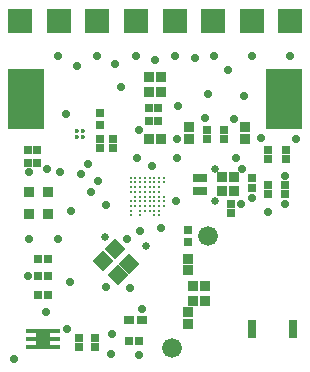
<source format=gts>
G04 Layer_Color=8388736*
%FSLAX24Y24*%
%MOIN*%
G70*
G01*
G75*
%ADD18C,0.0083*%
%ADD48C,0.0142*%
%ADD49C,0.0660*%
%ADD50C,0.0257*%
%ADD51R,0.0277X0.0277*%
%ADD52R,0.0265X0.0280*%
%ADD53R,0.0277X0.0277*%
%ADD54R,0.0280X0.0265*%
%ADD55R,0.0336X0.0178*%
%ADD56R,0.0454X0.0690*%
%ADD57R,0.0375X0.0375*%
G04:AMPARAMS|DCode=58|XSize=51.2mil|YSize=47.2mil|CornerRadius=0mil|HoleSize=0mil|Usage=FLASHONLY|Rotation=135.000|XOffset=0mil|YOffset=0mil|HoleType=Round|Shape=Rectangle|*
%AMROTATEDRECTD58*
4,1,4,0.0348,-0.0014,0.0014,-0.0348,-0.0348,0.0014,-0.0014,0.0348,0.0348,-0.0014,0.0*
%
%ADD58ROTATEDRECTD58*%

%ADD59R,0.0472X0.0276*%
%ADD60R,0.0343X0.0343*%
%ADD61R,0.0343X0.0343*%
%ADD62R,0.0336X0.0257*%
%ADD63R,0.0347X0.0351*%
%ADD64R,0.0351X0.0347*%
%ADD65R,0.0847X0.0847*%
%ADD66R,0.1241X0.2029*%
%ADD67R,0.0316X0.0316*%
%ADD68R,0.0315X0.0614*%
%ADD69C,0.0280*%
D18*
X5132Y5033D02*
D03*
X4975D02*
D03*
X4503D02*
D03*
X4188D02*
D03*
X5132Y5190D02*
D03*
X4975D02*
D03*
X4817D02*
D03*
X4188D02*
D03*
X5290Y5348D02*
D03*
X5132D02*
D03*
X4975D02*
D03*
X4817D02*
D03*
X4660D02*
D03*
X4503D02*
D03*
X4345D02*
D03*
X4188D02*
D03*
X5290Y5505D02*
D03*
X5132D02*
D03*
X4975D02*
D03*
X4817D02*
D03*
X4660D02*
D03*
X4503D02*
D03*
X4345D02*
D03*
X4188D02*
D03*
X5290Y5663D02*
D03*
X5132D02*
D03*
X4975D02*
D03*
X4817D02*
D03*
X4660D02*
D03*
X4503D02*
D03*
X4345D02*
D03*
X4975Y5820D02*
D03*
X4817D02*
D03*
X4660D02*
D03*
X4503D02*
D03*
X4345D02*
D03*
X4188D02*
D03*
X5132Y5977D02*
D03*
X4975D02*
D03*
X4817D02*
D03*
X4660D02*
D03*
X4503D02*
D03*
X4345D02*
D03*
X4188D02*
D03*
X5290Y6135D02*
D03*
X5132D02*
D03*
X4503D02*
D03*
X4345D02*
D03*
X4188D02*
D03*
X5290Y6292D02*
D03*
X5132D02*
D03*
X4975D02*
D03*
X4817D02*
D03*
X4503D02*
D03*
X4345D02*
D03*
X4188D02*
D03*
X4660D02*
D03*
X4975Y6135D02*
D03*
X4817D02*
D03*
X4660D02*
D03*
X5132Y5820D02*
D03*
X4660Y5190D02*
D03*
X4503D02*
D03*
D48*
X2588Y7838D02*
D03*
Y7642D02*
D03*
X2392Y7838D02*
D03*
Y7642D02*
D03*
D49*
X6770Y4350D02*
D03*
X5580Y600D02*
D03*
D50*
X3320Y4300D02*
D03*
X4703Y4003D02*
D03*
X6990Y5510D02*
D03*
Y6580D02*
D03*
D51*
X4458Y860D02*
D03*
X4143D02*
D03*
X1103Y2390D02*
D03*
X1417D02*
D03*
X1103Y3000D02*
D03*
X1417D02*
D03*
X1420Y3590D02*
D03*
X1105D02*
D03*
D52*
X8750Y6040D02*
D03*
Y5740D02*
D03*
X2480Y940D02*
D03*
Y640D02*
D03*
X3000Y940D02*
D03*
Y640D02*
D03*
X9340Y6040D02*
D03*
Y5740D02*
D03*
X6720Y7590D02*
D03*
Y7889D02*
D03*
X7290Y7590D02*
D03*
Y7889D02*
D03*
X3180Y7580D02*
D03*
Y7281D02*
D03*
X7540Y5130D02*
D03*
Y5430D02*
D03*
X3610Y7580D02*
D03*
Y7281D02*
D03*
D53*
X8770Y6910D02*
D03*
Y7225D02*
D03*
X9380D02*
D03*
Y6910D02*
D03*
X8230Y5963D02*
D03*
Y6277D02*
D03*
D54*
X4800Y8600D02*
D03*
X5099D02*
D03*
X4800Y8180D02*
D03*
X5099D02*
D03*
X1080Y7220D02*
D03*
X780D02*
D03*
X1080Y6790D02*
D03*
X780D02*
D03*
D55*
X847Y1176D02*
D03*
Y920D02*
D03*
Y664D02*
D03*
X1673Y1176D02*
D03*
Y920D02*
D03*
Y664D02*
D03*
D56*
X1260Y920D02*
D03*
D57*
X785Y5066D02*
D03*
Y5814D02*
D03*
X1415D02*
D03*
Y5066D02*
D03*
D58*
X3754Y3037D02*
D03*
X3280Y3510D02*
D03*
X3670Y3900D02*
D03*
X4143Y3427D02*
D03*
D59*
X6499Y6293D02*
D03*
Y5859D02*
D03*
D60*
X7990Y7984D02*
D03*
Y7590D02*
D03*
X6140Y7984D02*
D03*
Y7590D02*
D03*
X6097Y3201D02*
D03*
Y3595D02*
D03*
D61*
X5197Y9650D02*
D03*
X4803D02*
D03*
X5197Y9140D02*
D03*
X4803D02*
D03*
X6650Y2170D02*
D03*
X6256D02*
D03*
X7634Y5860D02*
D03*
X7240D02*
D03*
X7634Y6300D02*
D03*
X7240D02*
D03*
D62*
X4143Y1540D02*
D03*
X4560D02*
D03*
D63*
X6254Y2670D02*
D03*
X6660D02*
D03*
X5200Y7590D02*
D03*
X4795D02*
D03*
D64*
X6100Y1407D02*
D03*
Y1813D02*
D03*
D65*
X3074Y11500D02*
D03*
X9500D02*
D03*
X500D02*
D03*
X1787D02*
D03*
X5649D02*
D03*
X6936D02*
D03*
X4361D02*
D03*
X8223D02*
D03*
D66*
X9300Y8920D02*
D03*
X700Y8910D02*
D03*
D67*
X6100Y4537D02*
D03*
Y4143D02*
D03*
X3180Y8434D02*
D03*
Y8040D02*
D03*
D68*
X8240Y1250D02*
D03*
X9581D02*
D03*
D69*
X7700Y6940D02*
D03*
X8230Y5600D02*
D03*
X4503Y4523D02*
D03*
X2520Y6430D02*
D03*
X3360Y5380D02*
D03*
X1370Y1800D02*
D03*
X2210Y5180D02*
D03*
X1770Y10350D02*
D03*
X3070D02*
D03*
X4360D02*
D03*
X5650D02*
D03*
X6950D02*
D03*
X8230D02*
D03*
X9500D02*
D03*
X4560Y1913D02*
D03*
X790Y6480D02*
D03*
X9340Y5420D02*
D03*
X7620Y8250D02*
D03*
X6650Y8290D02*
D03*
X7970Y9020D02*
D03*
X6770Y9070D02*
D03*
X5780Y8690D02*
D03*
X7420Y9880D02*
D03*
X6320Y10290D02*
D03*
X5010Y10230D02*
D03*
X3650Y10070D02*
D03*
X3870Y9330D02*
D03*
X2400Y10030D02*
D03*
X2020Y8400D02*
D03*
X1830Y6470D02*
D03*
X2080Y1240D02*
D03*
X1750Y4250D02*
D03*
X790Y4260D02*
D03*
X5210Y4610D02*
D03*
X8750Y5150D02*
D03*
X4480Y390D02*
D03*
X7880Y5430D02*
D03*
X9340Y6340D02*
D03*
X8530Y7630D02*
D03*
X5708Y5505D02*
D03*
X4400Y6950D02*
D03*
X4890Y6690D02*
D03*
X5720Y6950D02*
D03*
Y7590D02*
D03*
X1410Y6580D02*
D03*
X3100Y6170D02*
D03*
X2760Y6740D02*
D03*
X2870Y5830D02*
D03*
X4170Y2630D02*
D03*
X3360Y2640D02*
D03*
X4060Y4240D02*
D03*
X760Y3000D02*
D03*
X7900Y6579D02*
D03*
X9690Y7580D02*
D03*
X310Y250D02*
D03*
X3530Y400D02*
D03*
X3560Y1080D02*
D03*
X2160Y2810D02*
D03*
X4450Y7870D02*
D03*
M02*

</source>
